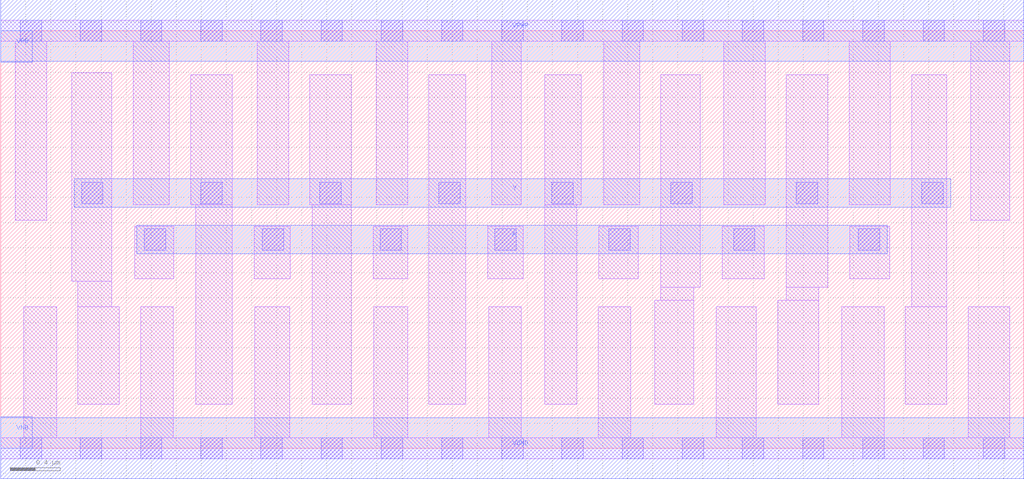
<source format=lef>
# Copyright 2020 The SkyWater PDK Authors
#
# Licensed under the Apache License, Version 2.0 (the "License");
# you may not use this file except in compliance with the License.
# You may obtain a copy of the License at
#
#     https://www.apache.org/licenses/LICENSE-2.0
#
# Unless required by applicable law or agreed to in writing, software
# distributed under the License is distributed on an "AS IS" BASIS,
# WITHOUT WARRANTIES OR CONDITIONS OF ANY KIND, either express or implied.
# See the License for the specific language governing permissions and
# limitations under the License.
#
# SPDX-License-Identifier: Apache-2.0

VERSION 5.5 ;
NAMESCASESENSITIVE ON ;
BUSBITCHARS "[]" ;
DIVIDERCHAR "/" ;
MACRO sky130_fd_sc_hs__inv_16
  CLASS CORE ;
  SOURCE USER ;
  ORIGIN  0.000000  0.000000 ;
  SIZE  8.160000 BY  3.330000 ;
  SYMMETRY X Y ;
  SITE unit ;
  PIN A
    ANTENNAGATEAREA  4.464000 ;
    DIRECTION INPUT ;
    USE SIGNAL ;
    PORT
      LAYER met1 ;
        RECT 1.085000 1.550000 7.070000 1.780000 ;
    END
  END A
  PIN Y
    ANTENNADIFFAREA  4.379200 ;
    DIRECTION OUTPUT ;
    USE SIGNAL ;
    PORT
      LAYER met1 ;
        RECT 0.585000 1.920000 7.575000 2.150000 ;
    END
  END Y
  PIN VGND
    DIRECTION INOUT ;
    USE GROUND ;
    PORT
      LAYER met1 ;
        RECT 0.000000 -0.245000 8.160000 0.245000 ;
    END
  END VGND
  PIN VNB
    DIRECTION INOUT ;
    USE GROUND ;
    PORT
      LAYER met1 ;
        RECT 0.000000 0.000000 0.250000 0.250000 ;
    END
  END VNB
  PIN VPB
    DIRECTION INOUT ;
    USE POWER ;
    PORT
      LAYER met1 ;
        RECT 0.000000 3.080000 0.250000 3.330000 ;
    END
  END VPB
  PIN VPWR
    DIRECTION INOUT ;
    USE POWER ;
    PORT
      LAYER met1 ;
        RECT 0.000000 3.085000 8.160000 3.575000 ;
    END
  END VPWR
  OBS
    LAYER li1 ;
      RECT 0.000000 -0.085000 8.160000 0.085000 ;
      RECT 0.000000  3.245000 8.160000 3.415000 ;
      RECT 0.115000  1.820000 0.365000 3.245000 ;
      RECT 0.185000  0.085000 0.445000 1.130000 ;
      RECT 0.565000  1.330000 0.885000 2.995000 ;
      RECT 0.615000  0.350000 0.945000 1.130000 ;
      RECT 0.615000  1.130000 0.885000 1.330000 ;
      RECT 1.055000  1.940000 1.345000 3.245000 ;
      RECT 1.070000  1.350000 1.380000 1.770000 ;
      RECT 1.115000  0.085000 1.375000 1.130000 ;
      RECT 1.515000  1.940000 1.845000 2.980000 ;
      RECT 1.555000  0.350000 1.845000 1.940000 ;
      RECT 2.020000  1.350000 2.310000 1.770000 ;
      RECT 2.025000  0.085000 2.305000 1.130000 ;
      RECT 2.045000  1.940000 2.295000 3.245000 ;
      RECT 2.465000  1.940000 2.795000 2.980000 ;
      RECT 2.485000  0.350000 2.795000 1.940000 ;
      RECT 2.970000  1.350000 3.245000 1.770000 ;
      RECT 2.975000  0.085000 3.245000 1.130000 ;
      RECT 2.995000  1.940000 3.245000 3.245000 ;
      RECT 3.415000  0.350000 3.710000 2.980000 ;
      RECT 3.885000  1.350000 4.165000 1.770000 ;
      RECT 3.890000  0.085000 4.150000 1.130000 ;
      RECT 3.915000  1.940000 4.150000 3.245000 ;
      RECT 4.340000  0.350000 4.595000 1.940000 ;
      RECT 4.340000  1.940000 4.630000 2.980000 ;
      RECT 4.765000  0.085000 5.025000 1.130000 ;
      RECT 4.770000  1.350000 5.085000 1.770000 ;
      RECT 4.810000  1.940000 5.095000 3.245000 ;
      RECT 5.215000  0.350000 5.525000 1.180000 ;
      RECT 5.265000  1.180000 5.525000 1.285000 ;
      RECT 5.265000  1.285000 5.580000 2.980000 ;
      RECT 5.705000  0.085000 6.025000 1.130000 ;
      RECT 5.755000  1.350000 6.090000 1.770000 ;
      RECT 5.765000  1.940000 6.095000 3.245000 ;
      RECT 6.195000  0.350000 6.525000 1.180000 ;
      RECT 6.265000  1.180000 6.525000 1.285000 ;
      RECT 6.265000  1.285000 6.595000 2.980000 ;
      RECT 6.705000  0.085000 7.045000 1.130000 ;
      RECT 6.765000  1.940000 7.095000 3.245000 ;
      RECT 6.770000  1.350000 7.090000 1.770000 ;
      RECT 7.215000  0.350000 7.545000 1.130000 ;
      RECT 7.265000  1.130000 7.545000 2.980000 ;
      RECT 7.715000  0.085000 8.045000 1.130000 ;
      RECT 7.735000  1.820000 8.045000 3.245000 ;
    LAYER mcon ;
      RECT 0.155000 -0.085000 0.325000 0.085000 ;
      RECT 0.155000  3.245000 0.325000 3.415000 ;
      RECT 0.635000 -0.085000 0.805000 0.085000 ;
      RECT 0.635000  3.245000 0.805000 3.415000 ;
      RECT 0.645000  1.950000 0.815000 2.120000 ;
      RECT 1.115000 -0.085000 1.285000 0.085000 ;
      RECT 1.115000  3.245000 1.285000 3.415000 ;
      RECT 1.145000  1.580000 1.315000 1.750000 ;
      RECT 1.595000 -0.085000 1.765000 0.085000 ;
      RECT 1.595000  1.950000 1.765000 2.120000 ;
      RECT 1.595000  3.245000 1.765000 3.415000 ;
      RECT 2.075000 -0.085000 2.245000 0.085000 ;
      RECT 2.075000  3.245000 2.245000 3.415000 ;
      RECT 2.085000  1.580000 2.255000 1.750000 ;
      RECT 2.545000  1.950000 2.715000 2.120000 ;
      RECT 2.555000 -0.085000 2.725000 0.085000 ;
      RECT 2.555000  3.245000 2.725000 3.415000 ;
      RECT 3.025000  1.580000 3.195000 1.750000 ;
      RECT 3.035000 -0.085000 3.205000 0.085000 ;
      RECT 3.035000  3.245000 3.205000 3.415000 ;
      RECT 3.495000  1.950000 3.665000 2.120000 ;
      RECT 3.515000 -0.085000 3.685000 0.085000 ;
      RECT 3.515000  3.245000 3.685000 3.415000 ;
      RECT 3.940000  1.580000 4.110000 1.750000 ;
      RECT 3.995000 -0.085000 4.165000 0.085000 ;
      RECT 3.995000  3.245000 4.165000 3.415000 ;
      RECT 4.395000  1.950000 4.565000 2.120000 ;
      RECT 4.475000 -0.085000 4.645000 0.085000 ;
      RECT 4.475000  3.245000 4.645000 3.415000 ;
      RECT 4.850000  1.580000 5.020000 1.750000 ;
      RECT 4.955000 -0.085000 5.125000 0.085000 ;
      RECT 4.955000  3.245000 5.125000 3.415000 ;
      RECT 5.345000  1.950000 5.515000 2.120000 ;
      RECT 5.435000 -0.085000 5.605000 0.085000 ;
      RECT 5.435000  3.245000 5.605000 3.415000 ;
      RECT 5.845000  1.580000 6.015000 1.750000 ;
      RECT 5.915000 -0.085000 6.085000 0.085000 ;
      RECT 5.915000  3.245000 6.085000 3.415000 ;
      RECT 6.345000  1.950000 6.515000 2.120000 ;
      RECT 6.395000 -0.085000 6.565000 0.085000 ;
      RECT 6.395000  3.245000 6.565000 3.415000 ;
      RECT 6.840000  1.580000 7.010000 1.750000 ;
      RECT 6.875000 -0.085000 7.045000 0.085000 ;
      RECT 6.875000  3.245000 7.045000 3.415000 ;
      RECT 7.345000  1.950000 7.515000 2.120000 ;
      RECT 7.355000 -0.085000 7.525000 0.085000 ;
      RECT 7.355000  3.245000 7.525000 3.415000 ;
      RECT 7.835000 -0.085000 8.005000 0.085000 ;
      RECT 7.835000  3.245000 8.005000 3.415000 ;
  END
END sky130_fd_sc_hs__inv_16
END LIBRARY

</source>
